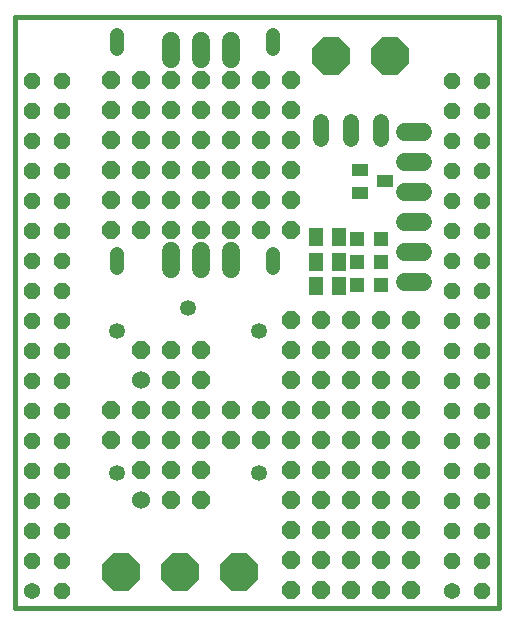
<source format=gts>
G75*
%MOIN*%
%OFA0B0*%
%FSLAX24Y24*%
%IPPOS*%
%LPD*%
%AMOC8*
5,1,8,0,0,1.08239X$1,22.5*
%
%ADD10C,0.0160*%
%ADD11C,0.0540*%
%ADD12OC8,0.0540*%
%ADD13OC8,0.1250*%
%ADD14C,0.0472*%
%ADD15R,0.0472X0.0472*%
%ADD16R,0.0512X0.0591*%
%ADD17C,0.0540*%
%ADD18C,0.0531*%
%ADD19R,0.0551X0.0394*%
%ADD20OC8,0.0600*%
%ADD21C,0.0600*%
%ADD22C,0.0600*%
D10*
X002057Y000180D02*
X018199Y000180D01*
X018199Y019865D01*
X002057Y019865D01*
X002057Y000180D01*
D11*
X002628Y000735D03*
X016628Y000735D03*
D12*
X017628Y000735D03*
X017628Y001735D03*
X017628Y002735D03*
X017628Y003735D03*
X017628Y004735D03*
X017628Y005735D03*
X017628Y006735D03*
X017628Y007735D03*
X017628Y008735D03*
X017628Y009735D03*
X017628Y010735D03*
X017628Y011735D03*
X017628Y012735D03*
X017628Y013735D03*
X017628Y014735D03*
X017628Y015735D03*
X017628Y016735D03*
X017628Y017735D03*
X016628Y017735D03*
X016628Y016735D03*
X016628Y015735D03*
X016628Y014735D03*
X016628Y013735D03*
X016628Y012735D03*
X016628Y011735D03*
X016628Y010735D03*
X016628Y009735D03*
X016628Y008735D03*
X016628Y007735D03*
X016628Y006735D03*
X016628Y005735D03*
X016628Y004735D03*
X016628Y003735D03*
X016628Y002735D03*
X016628Y001735D03*
X003628Y001735D03*
X003628Y000735D03*
X002628Y001735D03*
X002628Y002735D03*
X003628Y002735D03*
X003628Y003735D03*
X003628Y004735D03*
X003628Y005735D03*
X003628Y006735D03*
X003628Y007735D03*
X003628Y008735D03*
X003628Y009735D03*
X003628Y010735D03*
X003628Y011735D03*
X003628Y012735D03*
X003628Y013735D03*
X003628Y014735D03*
X003628Y015735D03*
X003628Y016735D03*
X003628Y017735D03*
X002628Y017735D03*
X002628Y016735D03*
X002628Y015735D03*
X002628Y014735D03*
X002628Y013735D03*
X002628Y012735D03*
X002628Y011735D03*
X002628Y010735D03*
X002628Y009735D03*
X002628Y008735D03*
X002628Y007735D03*
X002628Y006735D03*
X002628Y005735D03*
X002628Y004735D03*
X002628Y003735D03*
D13*
X005600Y001361D03*
X007569Y001361D03*
X009537Y001361D03*
X012608Y018566D03*
X014577Y018566D03*
D14*
X010673Y018811D02*
X010673Y019283D01*
X005473Y019283D02*
X005473Y018811D01*
X005473Y011983D02*
X005473Y011511D01*
X010673Y011511D02*
X010673Y011983D01*
D15*
X013455Y011715D03*
X013455Y010948D03*
X014281Y010948D03*
X014281Y011715D03*
X014281Y012463D03*
X013455Y012463D03*
D16*
X012864Y012523D03*
X012116Y012523D03*
X012116Y011715D03*
X012864Y011715D03*
X012864Y010908D03*
X012116Y010908D03*
D17*
X012258Y015816D02*
X012258Y016356D01*
X013258Y016356D02*
X013258Y015816D01*
X014258Y015816D02*
X014258Y016356D01*
D18*
X007836Y010176D03*
X005474Y009389D03*
X005474Y004664D03*
X010199Y004664D03*
X010199Y009389D03*
D19*
X013553Y014019D03*
X013553Y014767D03*
X014419Y014393D03*
D20*
X011277Y014782D03*
X011277Y015782D03*
X010277Y015782D03*
X010277Y014782D03*
X009277Y014782D03*
X009277Y015782D03*
X009277Y016782D03*
X009277Y017782D03*
X010277Y017782D03*
X010277Y016782D03*
X011277Y016782D03*
X011277Y017782D03*
X008277Y017782D03*
X007277Y017782D03*
X006277Y017782D03*
X005277Y017782D03*
X005277Y016782D03*
X005277Y015782D03*
X005277Y014782D03*
X005277Y013782D03*
X005277Y012782D03*
X006277Y012782D03*
X006277Y013782D03*
X006277Y014782D03*
X006277Y015782D03*
X006277Y016782D03*
X007277Y016782D03*
X007277Y015782D03*
X007277Y014782D03*
X007277Y013782D03*
X007277Y012782D03*
X008277Y012782D03*
X008277Y013782D03*
X008277Y014782D03*
X008277Y015782D03*
X008277Y016782D03*
X009277Y013782D03*
X009277Y012782D03*
X010277Y012782D03*
X010277Y013782D03*
X011277Y013782D03*
X011277Y012782D03*
X011277Y009782D03*
X011277Y008782D03*
X011277Y007782D03*
X011277Y006782D03*
X010277Y006782D03*
X009277Y006782D03*
X009277Y005782D03*
X010277Y005782D03*
X011277Y005782D03*
X011277Y004782D03*
X011277Y003782D03*
X011277Y002782D03*
X011277Y001782D03*
X011277Y000782D03*
X012277Y000782D03*
X012277Y001782D03*
X012277Y002782D03*
X012277Y003782D03*
X012277Y004782D03*
X012277Y005782D03*
X012277Y006782D03*
X012277Y007782D03*
X012277Y008782D03*
X012277Y009782D03*
X013277Y009782D03*
X013277Y008782D03*
X013277Y007782D03*
X013277Y006782D03*
X013277Y005782D03*
X013277Y004782D03*
X013277Y003782D03*
X013277Y002782D03*
X013277Y001782D03*
X013277Y000782D03*
X014277Y000782D03*
X014277Y001782D03*
X014277Y002782D03*
X014277Y003782D03*
X014277Y004782D03*
X014277Y005782D03*
X014277Y006782D03*
X014277Y007782D03*
X014277Y008782D03*
X014277Y009782D03*
X015277Y009782D03*
X015277Y008782D03*
X015277Y007782D03*
X015277Y006782D03*
X015277Y005782D03*
X015277Y004782D03*
X015277Y003782D03*
X015277Y002782D03*
X015277Y001782D03*
X015277Y000782D03*
X008277Y003782D03*
X007277Y003782D03*
X007277Y004782D03*
X006277Y004782D03*
X006277Y005782D03*
X005277Y005782D03*
X005277Y006782D03*
X006277Y006782D03*
X007277Y006782D03*
X007277Y005782D03*
X008277Y005782D03*
X008277Y004782D03*
X008277Y006782D03*
X008277Y007782D03*
X007277Y007782D03*
X007277Y008782D03*
X006277Y008782D03*
X008277Y008782D03*
D21*
X006277Y007782D03*
X006277Y003782D03*
D22*
X007277Y011482D02*
X007277Y012082D01*
X008277Y012082D02*
X008277Y011482D01*
X009277Y011482D02*
X009277Y012082D01*
X015064Y012046D02*
X015664Y012046D01*
X015664Y011046D02*
X015064Y011046D01*
X015064Y013046D02*
X015664Y013046D01*
X015664Y014046D02*
X015064Y014046D01*
X015064Y015046D02*
X015664Y015046D01*
X015664Y016046D02*
X015064Y016046D01*
X009277Y018482D02*
X009277Y019082D01*
X008277Y019082D02*
X008277Y018482D01*
X007277Y018482D02*
X007277Y019082D01*
M02*

</source>
